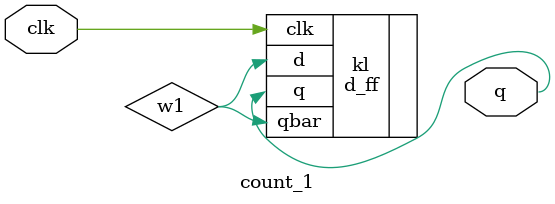
<source format=sv>
module count_1 (clk,q);
input clk;
output q;
wire w1;

d_ff kl (.d(w1),.clk(clk),.q(q),.qbar(w1));

endmodule
</source>
